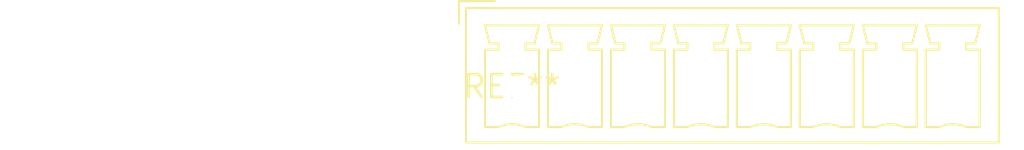
<source format=kicad_pcb>
(kicad_pcb (version 20240108) (generator pcbnew)
  (layers (0 "F.Cu" signal) (31 "B.Cu" signal) (34 "B.Paste" user) (35 "F.Paste" user) (36 "B.SilkS" user "B.Silkscreen") (37 "F.SilkS" user "F.Silkscreen") (38 "B.Mask" user) (39 "F.Mask" user) (44 "Edge.Cuts" user))
  (net 0 "")
  (footprint "PhoenixContact_MCV_1,5_8-G-3.5_1x08_P3.50mm_Vertical" (layer "F.Cu") (at 0 0)
    (property "Reference" "REF**")
    (property "Value" "PhoenixContact_MCV_1,5_8-G-3.5_1x08_P3.50mm_Vertical")
    (fp_line (start -2.95 -4.75) (end -0.95 -4.75) (layer "F.SilkS") (stroke (width 0.12)))
    (fp_line (start -2.95 -3.5) (end -2.95 -4.75) (layer "F.SilkS") (stroke (width 0.12)))
    (fp_line (start -2.56 -4.36) (end -2.56 3.11) (layer "F.SilkS") (stroke (width 0.12)))
    (fp_line (start -2.56 3.11) (end 27.06 3.11) (layer "F.SilkS") (stroke (width 0.12)))
    (fp_line (start -1.5 -3.4) (end 1.5 -3.4) (layer "F.SilkS") (stroke (width 0.12)))
    (fp_line (start -1.5 -2.05) (end -0.75 -2.05) (layer "F.SilkS") (stroke (width 0.12)))
    (fp_line (start -1.5 2.25) (end -1.5 -2.05) (layer "F.SilkS") (stroke (width 0.12)))
    (fp_line (start -1.25 -2.4) (end -1.5 -3.4) (layer "F.SilkS") (stroke (width 0.12)))
    (fp_line (start -0.75 -2.4) (end -1.25 -2.4) (layer "F.SilkS") (stroke (width 0.12)))
    (fp_line (start -0.75 -2.05) (end -0.75 -2.4) (layer "F.SilkS") (stroke (width 0.12)))
    (fp_line (start -0.75 2.25) (end -1.5 2.25) (layer "F.SilkS") (stroke (width 0.12)))
    (fp_line (start 0.75 -2.4) (end 0.75 -2.05) (layer "F.SilkS") (stroke (width 0.12)))
    (fp_line (start 0.75 -2.05) (end 1.5 -2.05) (layer "F.SilkS") (stroke (width 0.12)))
    (fp_line (start 1.25 -2.4) (end 0.75 -2.4) (layer "F.SilkS") (stroke (width 0.12)))
    (fp_line (start 1.5 -3.4) (end 1.25 -2.4) (layer "F.SilkS") (stroke (width 0.12)))
    (fp_line (start 1.5 -2.05) (end 1.5 2.25) (layer "F.SilkS") (stroke (width 0.12)))
    (fp_line (start 1.5 2.25) (end 0.75 2.25) (layer "F.SilkS") (stroke (width 0.12)))
    (fp_line (start 2 -3.4) (end 5 -3.4) (layer "F.SilkS") (stroke (width 0.12)))
    (fp_line (start 2 -2.05) (end 2.75 -2.05) (layer "F.SilkS") (stroke (width 0.12)))
    (fp_line (start 2 2.25) (end 2 -2.05) (layer "F.SilkS") (stroke (width 0.12)))
    (fp_line (start 2.25 -2.4) (end 2 -3.4) (layer "F.SilkS") (stroke (width 0.12)))
    (fp_line (start 2.75 -2.4) (end 2.25 -2.4) (layer "F.SilkS") (stroke (width 0.12)))
    (fp_line (start 2.75 -2.05) (end 2.75 -2.4) (layer "F.SilkS") (stroke (width 0.12)))
    (fp_line (start 2.75 2.25) (end 2 2.25) (layer "F.SilkS") (stroke (width 0.12)))
    (fp_line (start 4.25 -2.4) (end 4.25 -2.05) (layer "F.SilkS") (stroke (width 0.12)))
    (fp_line (start 4.25 -2.05) (end 5 -2.05) (layer "F.SilkS") (stroke (width 0.12)))
    (fp_line (start 4.75 -2.4) (end 4.25 -2.4) (layer "F.SilkS") (stroke (width 0.12)))
    (fp_line (start 5 -3.4) (end 4.75 -2.4) (layer "F.SilkS") (stroke (width 0.12)))
    (fp_line (start 5 -2.05) (end 5 2.25) (layer "F.SilkS") (stroke (width 0.12)))
    (fp_line (start 5 2.25) (end 4.25 2.25) (layer "F.SilkS") (stroke (width 0.12)))
    (fp_line (start 5.5 -3.4) (end 8.5 -3.4) (layer "F.SilkS") (stroke (width 0.12)))
    (fp_line (start 5.5 -2.05) (end 6.25 -2.05) (layer "F.SilkS") (stroke (width 0.12)))
    (fp_line (start 5.5 2.25) (end 5.5 -2.05) (layer "F.SilkS") (stroke (width 0.12)))
    (fp_line (start 5.75 -2.4) (end 5.5 -3.4) (layer "F.SilkS") (stroke (width 0.12)))
    (fp_line (start 6.25 -2.4) (end 5.75 -2.4) (layer "F.SilkS") (stroke (width 0.12)))
    (fp_line (start 6.25 -2.05) (end 6.25 -2.4) (layer "F.SilkS") (stroke (width 0.12)))
    (fp_line (start 6.25 2.25) (end 5.5 2.25) (layer "F.SilkS") (stroke (width 0.12)))
    (fp_line (start 7.75 -2.4) (end 7.75 -2.05) (layer "F.SilkS") (stroke (width 0.12)))
    (fp_line (start 7.75 -2.05) (end 8.5 -2.05) (layer "F.SilkS") (stroke (width 0.12)))
    (fp_line (start 8.25 -2.4) (end 7.75 -2.4) (layer "F.SilkS") (stroke (width 0.12)))
    (fp_line (start 8.5 -3.4) (end 8.25 -2.4) (layer "F.SilkS") (stroke (width 0.12)))
    (fp_line (start 8.5 -2.05) (end 8.5 2.25) (layer "F.SilkS") (stroke (width 0.12)))
    (fp_line (start 8.5 2.25) (end 7.75 2.25) (layer "F.SilkS") (stroke (width 0.12)))
    (fp_line (start 9 -3.4) (end 12 -3.4) (layer "F.SilkS") (stroke (width 0.12)))
    (fp_line (start 9 -2.05) (end 9.75 -2.05) (layer "F.SilkS") (stroke (width 0.12)))
    (fp_line (start 9 2.25) (end 9 -2.05) (layer "F.SilkS") (stroke (width 0.12)))
    (fp_line (start 9.25 -2.4) (end 9 -3.4) (layer "F.SilkS") (stroke (width 0.12)))
    (fp_line (start 9.75 -2.4) (end 9.25 -2.4) (layer "F.SilkS") (stroke (width 0.12)))
    (fp_line (start 9.75 -2.05) (end 9.75 -2.4) (layer "F.SilkS") (stroke (width 0.12)))
    (fp_line (start 9.75 2.25) (end 9 2.25) (layer "F.SilkS") (stroke (width 0.12)))
    (fp_line (start 11.25 -2.4) (end 11.25 -2.05) (layer "F.SilkS") (stroke (width 0.12)))
    (fp_line (start 11.25 -2.05) (end 12 -2.05) (layer "F.SilkS") (stroke (width 0.12)))
    (fp_line (start 11.75 -2.4) (end 11.25 -2.4) (layer "F.SilkS") (stroke (width 0.12)))
    (fp_line (start 12 -3.4) (end 11.75 -2.4) (layer "F.SilkS") (stroke (width 0.12)))
    (fp_line (start 12 -2.05) (end 12 2.25) (layer "F.SilkS") (stroke (width 0.12)))
    (fp_line (start 12 2.25) (end 11.25 2.25) (layer "F.SilkS") (stroke (width 0.12)))
    (fp_line (start 12.5 -3.4) (end 15.5 -3.4) (layer "F.SilkS") (stroke (width 0.12)))
    (fp_line (start 12.5 -2.05) (end 13.25 -2.05) (layer "F.SilkS") (stroke (width 0.12)))
    (fp_line (start 12.5 2.25) (end 12.5 -2.05) (layer "F.SilkS") (stroke (width 0.12)))
    (fp_line (start 12.75 -2.4) (end 12.5 -3.4) (layer "F.SilkS") (stroke (width 0.12)))
    (fp_line (start 13.25 -2.4) (end 12.75 -2.4) (layer "F.SilkS") (stroke (width 0.12)))
    (fp_line (start 13.25 -2.05) (end 13.25 -2.4) (layer "F.SilkS") (stroke (width 0.12)))
    (fp_line (start 13.25 2.25) (end 12.5 2.25) (layer "F.SilkS") (stroke (width 0.12)))
    (fp_line (start 14.75 -2.4) (end 14.75 -2.05) (layer "F.SilkS") (stroke (width 0.12)))
    (fp_line (start 14.75 -2.05) (end 15.5 -2.05) (layer "F.SilkS") (stroke (width 0.12)))
    (fp_line (start 15.25 -2.4) (end 14.75 -2.4) (layer "F.SilkS") (stroke (width 0.12)))
    (fp_line (start 15.5 -3.4) (end 15.25 -2.4) (layer "F.SilkS") (stroke (width 0.12)))
    (fp_line (start 15.5 -2.05) (end 15.5 2.25) (layer "F.SilkS") (stroke (width 0.12)))
    (fp_line (start 15.5 2.25) (end 14.75 2.25) (layer "F.SilkS") (stroke (width 0.12)))
    (fp_line (start 16 -3.4) (end 19 -3.4) (layer "F.SilkS") (stroke (width 0.12)))
    (fp_line (start 16 -2.05) (end 16.75 -2.05) (layer "F.SilkS") (stroke (width 0.12)))
    (fp_line (start 16 2.25) (end 16 -2.05) (layer "F.SilkS") (stroke (width 0.12)))
    (fp_line (start 16.25 -2.4) (end 16 -3.4) (layer "F.SilkS") (stroke (width 0.12)))
    (fp_line (start 16.75 -2.4) (end 16.25 -2.4) (layer "F.SilkS") (stroke (width 0.12)))
    (fp_line (start 16.75 -2.05) (end 16.75 -2.4) (layer "F.SilkS") (stroke (width 0.12)))
    (fp_line (start 16.75 2.25) (end 16 2.25) (layer "F.SilkS") (stroke (width 0.12)))
    (fp_line (start 18.25 -2.4) (end 18.25 -2.05) (layer "F.SilkS") (stroke (width 0.12)))
    (fp_line (start 18.25 -2.05) (end 19 -2.05) (layer "F.SilkS") (stroke (width 0.12)))
    (fp_line (start 18.75 -2.4) (end 18.25 -2.4) (layer "F.SilkS") (stroke (width 0.12)))
    (fp_line (start 19 -3.4) (end 18.75 -2.4) (layer "F.SilkS") (stroke (width 0.12)))
    (fp_line (start 19 -2.05) (end 19 2.25) (layer "F.SilkS") (stroke (width 0.12)))
    (fp_line (start 19 2.25) (end 18.25 2.25) (layer "F.SilkS") (stroke (width 0.12)))
    (fp_line (start 19.5 -3.4) (end 22.5 -3.4) (layer "F.SilkS") (stroke (width 0.12)))
    (fp_line (start 19.5 -2.05) (end 20.25 -2.05) (layer "F.SilkS") (stroke (width 0.12)))
    (fp_line (start 19.5 2.25) (end 19.5 -2.05) (layer "F.SilkS") (stroke (width 0.12)))
    (fp_line (start 19.75 -2.4) (end 19.5 -3.4) (layer "F.SilkS") (stroke (width 0.12)))
    (fp_line (start 20.25 -2.4) (end 19.75 -2.4) (layer "F.SilkS") (stroke (width 0.12)))
    (fp_line (start 20.25 -2.05) (end 20.25 -2.4) (layer "F.SilkS") (stroke (width 0.12)))
    (fp_line (start 20.25 2.25) (end 19.5 2.25) (layer "F.SilkS") (stroke (width 0.12)))
    (fp_line (start 21.75 -2.4) (end 21.75 -2.05) (layer "F.SilkS") (stroke (width 0.12)))
    (fp_line (start 21.75 -2.05) (end 22.5 -2.05) (layer "F.SilkS") (stroke (width 0.12)))
    (fp_line (start 22.25 -2.4) (end 21.75 -2.4) (layer "F.SilkS") (stroke (width 0.12)))
    (fp_line (start 22.5 -3.4) (end 22.25 -2.4) (layer "F.SilkS") (stroke (width 0.12)))
    (fp_line (start 22.5 -2.05) (end 22.5 2.25) (layer "F.SilkS") (stroke (width 0.12)))
    (fp_line (start 22.5 2.25) (end 21.75 2.25) (layer "F.SilkS") (stroke (width 0.12)))
    (fp_line (start 23 -3.4) (end 26 -3.4) (layer "F.SilkS") (stroke (width 0.12)))
    (fp_line (start 23 -2.05) (end 23.75 -2.05) (layer "F.SilkS") (stroke (width 0.12)))
    (fp_line (start 23 2.25) (end 23 -2.05) (layer "F.SilkS") (stroke (width 0.12)))
    (fp_line (start 23.25 -2.4) (end 23 -3.4) (layer "F.SilkS") (stroke (width 0.12)))
    (fp_line (start 23.75 -2.4) (end 23.25 -2.4) (layer "F.SilkS") (stroke (width 0.12)))
    (fp_line (start 23.75 -2.05) (end 23.75 -2.4) (layer "F.SilkS") (stroke (width 0.12)))
    (fp_line (start 23.75 2.25) (end 23 2.25) (layer "F.SilkS") (stroke (width 0.12)))
    (fp_line (start 25.25 -2.4) (end 25.25 -2.05) (layer "F.SilkS") (stroke (width 0.12)))
    (fp_line (start 25.25 -2.05) (end 26 -2.05) (layer "F.SilkS") (stroke (width 0.12)))
    (fp_line (start 25.75 -2.4) (end 25.25 -2.4) (layer "F.SilkS") (stroke (width 0.12)))
    (fp_line (start 26 -3.4) (end 25.75 -2.4) (layer "F.SilkS") (stroke (width 0.12)))
    (fp_line (start 26 -2.05) (end 26 2.25) (layer "F.SilkS") (stroke (width 0.12)))
    (fp_line (start 26 2.25) (end 25.25 2.25) (layer "F.SilkS") (stroke (width 0.12)))
    (fp_line (start 27.06 -4.36) (end -2.56 -4.36) (layer "F.SilkS") (stroke (width 0.12)))
    (fp_line (start 27.06 3.11) (end 27.06 -4.36) (layer "F.SilkS") (stroke (width 0.12)))
    (fp_arc (start -0.75 2.25) (mid -0.000193 2.09191) (end 0.749647 2.249844) (layer "F.SilkS") (stroke (width 0.12)))
    (fp_arc (start 2.75 2.25) (mid 3.499807 2.09191) (end 4.249647 2.249844) (layer "F.SilkS") (stroke (width 0.12)))
    (fp_arc (start 6.25 2.25) (mid 6.999807 2.09191) (end 7.749647 2.249844) (layer "F.SilkS") (stroke (width 0.12)))
    (fp_arc (start 9.75 2.25) (mid 10.499807 2.09191) (end 11.249647 2.249844) (layer "F.SilkS") (stroke (width 0.12)))
    (fp_arc (start 13.25 2.25) (mid 13.999807 2.09191) (end 14.749647 2.249844) (layer "F.SilkS") (stroke (width 0.12)))
    (fp_arc (start 16.75 2.25) (mid 17.499807 2.09191) (end 18.249647 2.249844) (layer "F.SilkS") (stroke (width 0.12)))
    (fp_arc (start 20.25 2.25) (mid 20.999807 2.09191) (end 21.749647 2.249844) (layer "F.SilkS") (stroke (width 0.12)))
    (fp_arc (start 23.75 2.25) (mid 24.499807 2.09191) (end 25.249647 2.249844) (layer "F.SilkS") (stroke (width 0.12)))
    (pad "1" thru_hole roundrect (at 0 0) (size 1.8 3.6) (drill 1.2) (layers *.Cu *.Mask) (remove_unused_layers) (roundrect_rratio 0.138889))
    (pad "2" thru_hole oval (at 3.5 0) (size 1.8 3.6) (drill 1.2) (layers *.Cu *.Mask) (remove_unused_layers))
    (pad "3" thru_hole oval (at 7 0) (size 1.8 3.6) (drill 1.2) (layers *.Cu *.Mask) (remove_unused_layers))
    (pad "4" thru_hole oval (at 10.5 0) (size 1.8 3.6) (drill 1.2) (layers *.Cu *.Mask) (remove_unused_layers))
    (pad "5" thru_hole oval (at 14 0) (size 1.8 3.6) (drill 1.2) (layers *.Cu *.Mask) (remove_unused_layers))
    (pad "6" thru_hole oval (at 17.5 0) (size 1.8 3.6) (drill 1.2) (layers *.Cu *.Mask) (remove_unused_layers))
    (pad "7" thru_hole oval (at 21 0) (size 1.8 3.6) (drill 1.2) (layers *.Cu *.Mask) (remove_unused_layers))
    (pad "8" thru_hole oval (at 24.5 0) (size 1.8 3.6) (drill 1.2) (layers *.Cu *.Mask) (remove_unused_layers))
  )
)
</source>
